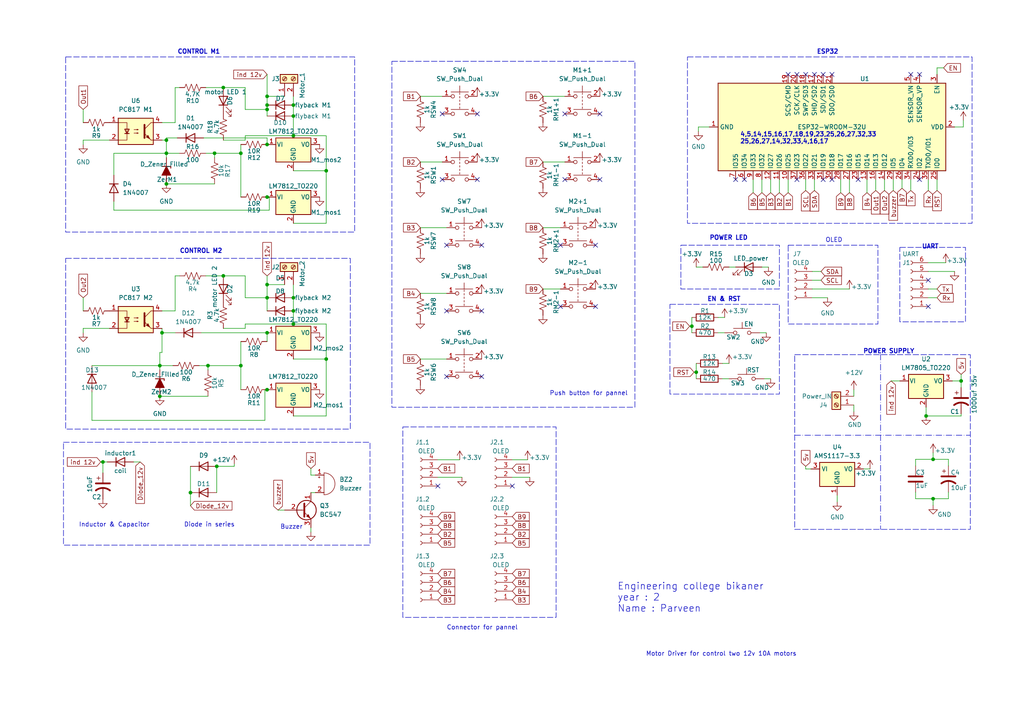
<source format=kicad_sch>
(kicad_sch (version 20230121) (generator eeschema)
  (paper "A4")
  (junction (at 77.47 30.48))
  (junction (at 85.09 39.37))
  (junction (at 94.615 104.14))
  (junction (at 69.85 44.45))
  (junction (at 77.47 86.36))
  (junction (at 85.09 30.48))
  (junction (at 77.47 41.91))
  (junction (at 64.77 80.01))
  (junction (at 94.615 49.53))
  (junction (at 85.09 33.655))
  (junction (at 278.765 110.49))
  (junction (at 270.637 133.223))
  (junction (at 46.355 106.045))
  (junction (at 77.47 113.03))
  (junction (at 62.23 44.45))
  (junction (at 85.09 93.98))
  (junction (at 201.93 107.95))
  (junction (at 48.26 44.45))
  (junction (at 85.09 86.36))
  (junction (at 85.09 90.17))
  (junction (at 200.66 94.615))
  (junction (at 46.355 114.935))
  (junction (at 77.47 27.94))
  (junction (at 64.77 25.4))
  (junction (at 77.47 57.15))
  (junction (at 48.26 40.64))
  (junction (at 62.865 135.255))
  (junction (at 77.47 31.75))
  (junction (at 46.99 96.52))
  (junction (at 268.605 120.65))
  (junction (at 77.47 96.52))
  (junction (at 270.637 144.653))
  (junction (at 69.85 106.045))
  (junction (at 55.245 142.875))
  (junction (at 29.845 133.985))
  (junction (at 77.47 82.55))
  (junction (at 60.325 106.045))
  (junction (at 48.26 53.34))
  (no_connect (at 148.59 140.97))
  (no_connect (at 215.9 52.07))
  (no_connect (at 128.27 33.02))
  (no_connect (at 241.3 21.59))
  (no_connect (at 173.99 52.07))
  (no_connect (at 139.7 109.22))
  (no_connect (at 172.72 88.9))
  (no_connect (at 129.54 109.22))
  (no_connect (at 172.72 71.12))
  (no_connect (at 162.56 71.12))
  (no_connect (at 233.68 21.59))
  (no_connect (at 138.43 52.07))
  (no_connect (at 162.56 88.9))
  (no_connect (at 269.24 81.28))
  (no_connect (at 128.27 52.07))
  (no_connect (at 129.54 90.17))
  (no_connect (at 238.76 21.59))
  (no_connect (at 236.22 21.59))
  (no_connect (at 248.92 52.07))
  (no_connect (at 266.7 52.07))
  (no_connect (at 127 140.97))
  (no_connect (at 231.14 21.59))
  (no_connect (at 269.24 88.9))
  (no_connect (at 231.14 52.07))
  (no_connect (at 163.83 33.02))
  (no_connect (at 173.99 33.02))
  (no_connect (at 238.76 52.07))
  (no_connect (at 138.43 33.02))
  (no_connect (at 264.16 21.59))
  (no_connect (at 139.7 90.17))
  (no_connect (at 266.7 21.59))
  (no_connect (at 129.54 71.12))
  (no_connect (at 139.7 71.12))
  (no_connect (at 163.83 52.07))
  (no_connect (at 213.36 52.07))
  (no_connect (at 228.6 21.59))
  (no_connect (at 241.3 52.07))
  (wire (pts (xy 94.615 120.65) (xy 94.615 104.14)))
  (wire (pts (xy 69.85 44.45) (xy 69.85 57.15)))
  (wire (pts (xy 77.47 80.01) (xy 77.47 82.55)))
  (wire (pts (xy 127 133.35) (xy 133.35 133.35)))
  (wire (pts (xy 157.48 46.99) (xy 163.83 46.99)))
  (wire (pts (xy 273.685 19.685) (xy 271.78 19.685)))
  (wire (pts (xy 76.835 113.03) (xy 77.47 113.03)))
  (wire (pts (xy 77.47 86.36) (xy 77.47 90.17)))
  (wire (pts (xy 270.637 144.653) (xy 270.637 146.558)))
  (wire (pts (xy 268.605 118.11) (xy 268.605 120.65)))
  (wire (pts (xy 55.245 142.875) (xy 55.245 146.685)))
  (wire (pts (xy 94.615 39.37) (xy 94.615 49.53)))
  (wire (pts (xy 80.645 147.955) (xy 82.55 147.955)))
  (wire (pts (xy 64.77 80.01) (xy 71.12 80.01)))
  (wire (pts (xy 50.8 25.4) (xy 52.07 25.4)))
  (wire (pts (xy 276.225 110.49) (xy 278.765 110.49)))
  (wire (pts (xy 247.65 119.38) (xy 247.65 117.475)))
  (wire (pts (xy 78.105 60.96) (xy 78.105 57.15)))
  (wire (pts (xy 26.67 106.045) (xy 46.355 106.045)))
  (wire (pts (xy 55.245 135.255) (xy 55.245 142.875)))
  (wire (pts (xy 269.24 52.07) (xy 269.24 55.245)))
  (wire (pts (xy 233.68 135.255) (xy 233.68 136.017)))
  (wire (pts (xy 71.12 80.01) (xy 71.12 86.36)))
  (wire (pts (xy 48.26 53.34) (xy 62.23 53.34)))
  (wire (pts (xy 33.02 58.42) (xy 33.02 60.96)))
  (wire (pts (xy 46.355 107.315) (xy 46.355 106.045)))
  (wire (pts (xy 129.54 85.09) (xy 121.92 85.09)))
  (wire (pts (xy 220.345 96.52) (xy 222.25 96.52)))
  (wire (pts (xy 254 52.07) (xy 254 55.245)))
  (wire (pts (xy 121.92 46.99) (xy 128.27 46.99)))
  (wire (pts (xy 90.17 135.89) (xy 90.17 137.795)))
  (wire (pts (xy 33.02 44.45) (xy 48.26 44.45)))
  (wire (pts (xy 85.09 27.94) (xy 85.09 30.48)))
  (wire (pts (xy 209.55 105.41) (xy 211.455 105.41)))
  (wire (pts (xy 278.765 108.585) (xy 278.765 110.49)))
  (wire (pts (xy 265.557 142.748) (xy 265.557 144.653)))
  (wire (pts (xy 77.47 31.75) (xy 77.47 33.655)))
  (wire (pts (xy 46.355 102.235) (xy 46.355 106.045)))
  (wire (pts (xy 211.455 77.47) (xy 213.36 77.47)))
  (wire (pts (xy 46.355 106.045) (xy 50.165 106.045)))
  (wire (pts (xy 220.98 52.07) (xy 220.98 55.88)))
  (wire (pts (xy 48.26 40.005) (xy 48.26 40.64)))
  (wire (pts (xy 69.85 41.91) (xy 69.85 44.45)))
  (wire (pts (xy 265.557 133.223) (xy 270.637 133.223)))
  (wire (pts (xy 265.557 144.653) (xy 270.637 144.653)))
  (wire (pts (xy 50.8 90.17) (xy 50.8 80.01)))
  (wire (pts (xy 235.585 81.28) (xy 238.125 81.28)))
  (wire (pts (xy 148.59 138.43) (xy 153.67 138.43)))
  (wire (pts (xy 90.17 153.035) (xy 90.17 154.305)))
  (wire (pts (xy 201.295 107.95) (xy 201.93 107.95)))
  (wire (pts (xy 270.637 144.653) (xy 275.082 144.653)))
  (wire (pts (xy 85.09 93.98) (xy 94.615 93.98)))
  (wire (pts (xy 24.13 40.64) (xy 24.13 41.91)))
  (wire (pts (xy 201.93 77.47) (xy 203.835 77.47)))
  (wire (pts (xy 90.17 142.875) (xy 91.44 142.875)))
  (wire (pts (xy 208.28 92.075) (xy 210.185 92.075)))
  (wire (pts (xy 62.23 45.72) (xy 62.23 44.45)))
  (wire (pts (xy 69.85 106.045) (xy 69.85 113.03)))
  (wire (pts (xy 77.47 82.55) (xy 77.47 86.36)))
  (wire (pts (xy 94.615 49.53) (xy 94.615 64.77)))
  (wire (pts (xy 85.09 104.14) (xy 94.615 104.14)))
  (wire (pts (xy 71.12 40.64) (xy 71.12 39.37)))
  (wire (pts (xy 200.66 92.075) (xy 200.66 94.615)))
  (wire (pts (xy 82.55 27.94) (xy 77.47 27.94)))
  (wire (pts (xy 85.09 39.37) (xy 94.615 39.37)))
  (wire (pts (xy 278.765 120.65) (xy 268.605 120.65)))
  (wire (pts (xy 148.59 133.35) (xy 153.035 133.35)))
  (wire (pts (xy 76.835 121.92) (xy 26.67 121.92)))
  (wire (pts (xy 157.48 66.04) (xy 162.56 66.04)))
  (wire (pts (xy 29.845 133.985) (xy 29.845 137.16)))
  (wire (pts (xy 259.08 52.07) (xy 259.08 55.245)))
  (wire (pts (xy 94.615 104.14) (xy 94.615 93.98)))
  (wire (pts (xy 67.945 134.62) (xy 67.945 135.255)))
  (wire (pts (xy 29.845 133.985) (xy 31.115 133.985)))
  (wire (pts (xy 33.02 50.8) (xy 33.02 44.45)))
  (wire (pts (xy 256.54 52.07) (xy 256.54 55.245)))
  (wire (pts (xy 57.785 106.045) (xy 60.325 106.045)))
  (wire (pts (xy 121.92 104.14) (xy 129.54 104.14)))
  (wire (pts (xy 200.025 94.615) (xy 200.66 94.615)))
  (wire (pts (xy 270.637 131.318) (xy 270.637 133.223)))
  (wire (pts (xy 46.99 40.64) (xy 48.26 40.64)))
  (wire (pts (xy 269.24 78.74) (xy 276.86 78.74)))
  (wire (pts (xy 202.565 36.83) (xy 205.74 36.83)))
  (wire (pts (xy 201.93 105.41) (xy 201.93 107.95)))
  (polyline (pts (xy 255.397 102.743) (xy 255.397 153.543)) (stroke (width 0) (type dash_dot)))
  (wire (pts (xy 269.24 83.82) (xy 271.78 83.82)))
  (wire (pts (xy 85.09 120.65) (xy 94.615 120.65)))
  (wire (pts (xy 264.16 52.07) (xy 264.16 55.245)))
  (wire (pts (xy 251.46 52.07) (xy 251.46 55.88)))
  (wire (pts (xy 29.21 133.985) (xy 29.845 133.985)))
  (wire (pts (xy 270.637 133.223) (xy 275.082 133.223)))
  (wire (pts (xy 247.65 114.935) (xy 247.65 113.03)))
  (wire (pts (xy 271.78 52.07) (xy 271.78 55.245)))
  (wire (pts (xy 77.47 30.48) (xy 77.47 31.75)))
  (wire (pts (xy 46.355 102.235) (xy 46.99 102.235)))
  (wire (pts (xy 64.77 40.64) (xy 71.12 40.64)))
  (wire (pts (xy 269.24 86.36) (xy 271.78 86.36)))
  (wire (pts (xy 46.99 96.52) (xy 50.8 96.52)))
  (wire (pts (xy 77.47 96.52) (xy 58.42 96.52)))
  (wire (pts (xy 218.44 52.07) (xy 218.44 55.88)))
  (wire (pts (xy 82.55 82.55) (xy 77.47 82.55)))
  (wire (pts (xy 24.13 40.64) (xy 31.75 40.64)))
  (wire (pts (xy 228.6 52.07) (xy 228.6 55.88)))
  (wire (pts (xy 24.13 31.75) (xy 24.13 35.56)))
  (wire (pts (xy 46.99 96.52) (xy 46.99 95.25)))
  (wire (pts (xy 48.26 44.45) (xy 52.07 44.45)))
  (polyline (pts (xy 230.505 126.238) (xy 281.432 126.238)) (stroke (width 0) (type dash_dot)))
  (wire (pts (xy 71.12 95.25) (xy 71.12 93.98)))
  (wire (pts (xy 60.325 107.315) (xy 60.325 106.045)))
  (wire (pts (xy 59.69 44.45) (xy 62.23 44.45)))
  (wire (pts (xy 76.835 121.92) (xy 76.835 113.03)))
  (wire (pts (xy 71.12 25.4) (xy 71.12 31.75)))
  (wire (pts (xy 278.765 120.65) (xy 278.765 120.015)))
  (wire (pts (xy 46.99 35.56) (xy 50.8 35.56)))
  (wire (pts (xy 236.22 55.245) (xy 236.22 52.07)))
  (wire (pts (xy 24.13 95.25) (xy 24.13 96.52)))
  (wire (pts (xy 46.99 90.17) (xy 50.8 90.17)))
  (wire (pts (xy 77.47 99.06) (xy 77.47 96.52)))
  (wire (pts (xy 246.38 52.07) (xy 246.38 55.88)))
  (wire (pts (xy 209.55 109.855) (xy 211.455 109.855)))
  (wire (pts (xy 48.26 40.64) (xy 48.26 44.45)))
  (wire (pts (xy 71.12 39.37) (xy 85.09 39.37)))
  (wire (pts (xy 60.325 106.045) (xy 69.85 106.045)))
  (wire (pts (xy 121.92 27.94) (xy 128.27 27.94)))
  (wire (pts (xy 46.355 114.935) (xy 60.325 114.935)))
  (wire (pts (xy 64.77 95.25) (xy 71.12 95.25)))
  (wire (pts (xy 275.082 133.223) (xy 275.082 135.128)))
  (wire (pts (xy 85.09 30.48) (xy 85.09 33.655)))
  (wire (pts (xy 69.85 99.06) (xy 69.85 106.045)))
  (wire (pts (xy 26.67 121.92) (xy 26.67 113.665)))
  (wire (pts (xy 62.23 44.45) (xy 69.85 44.45)))
  (wire (pts (xy 85.09 64.77) (xy 94.615 64.77)))
  (wire (pts (xy 223.52 52.07) (xy 223.52 55.88)))
  (wire (pts (xy 201.93 107.95) (xy 201.93 109.855)))
  (wire (pts (xy 50.8 80.01) (xy 52.07 80.01)))
  (wire (pts (xy 71.12 93.98) (xy 85.09 93.98)))
  (wire (pts (xy 85.09 49.53) (xy 94.615 49.53)))
  (wire (pts (xy 90.17 137.795) (xy 91.44 137.795)))
  (wire (pts (xy 40.64 133.985) (xy 38.735 133.985)))
  (wire (pts (xy 51.435 40.005) (xy 48.26 40.005)))
  (wire (pts (xy 279.4 36.83) (xy 276.86 36.83)))
  (wire (pts (xy 269.24 76.2) (xy 274.32 76.2)))
  (wire (pts (xy 235.585 78.74) (xy 238.125 78.74)))
  (wire (pts (xy 50.8 35.56) (xy 50.8 25.4)))
  (wire (pts (xy 271.78 19.685) (xy 271.78 21.59)))
  (wire (pts (xy 121.92 66.04) (xy 129.54 66.04)))
  (wire (pts (xy 59.69 80.01) (xy 64.77 80.01)))
  (wire (pts (xy 46.99 102.235) (xy 46.99 96.52)))
  (wire (pts (xy 48.26 45.72) (xy 48.26 44.45)))
  (wire (pts (xy 235.585 83.82) (xy 246.38 83.82)))
  (wire (pts (xy 24.13 86.36) (xy 24.13 90.17)))
  (wire (pts (xy 265.557 135.128) (xy 265.557 133.223)))
  (wire (pts (xy 275.082 144.653) (xy 275.082 142.748)))
  (wire (pts (xy 226.06 52.07) (xy 226.06 55.88)))
  (wire (pts (xy 250.444 136.017) (xy 252.349 136.017)))
  (wire (pts (xy 208.28 96.52) (xy 210.185 96.52)))
  (wire (pts (xy 157.48 83.82) (xy 162.56 83.82)))
  (wire (pts (xy 200.66 94.615) (xy 200.66 96.52)))
  (wire (pts (xy 279.4 34.925) (xy 279.4 36.83)))
  (wire (pts (xy 67.945 135.255) (xy 62.865 135.255)))
  (wire (pts (xy 242.824 143.637) (xy 242.824 145.542)))
  (wire (pts (xy 71.12 86.36) (xy 77.47 86.36)))
  (wire (pts (xy 258.445 110.49) (xy 260.985 110.49)))
  (wire (pts (xy 85.09 33.655) (xy 85.09 39.37)))
  (wire (pts (xy 59.69 25.4) (xy 64.77 25.4)))
  (wire (pts (xy 85.09 90.17) (xy 85.09 93.98)))
  (wire (pts (xy 64.77 25.4) (xy 71.12 25.4)))
  (wire (pts (xy 77.47 21.59) (xy 77.47 27.94)))
  (wire (pts (xy 278.765 110.49) (xy 278.765 112.395)))
  (wire (pts (xy 221.615 109.855) (xy 223.52 109.855)))
  (wire (pts (xy 59.055 40.005) (xy 77.47 40.005)))
  (wire (pts (xy 24.13 95.25) (xy 31.75 95.25)))
  (wire (pts (xy 71.12 31.75) (xy 77.47 31.75)))
  (wire (pts (xy 77.47 57.15) (xy 78.105 57.15)))
  (wire (pts (xy 233.68 55.245) (xy 233.68 52.07)))
  (wire (pts (xy 157.48 27.94) (xy 163.83 27.94)))
  (wire (pts (xy 220.98 77.47) (xy 222.885 77.47)))
  (wire (pts (xy 243.84 52.07) (xy 243.84 55.88)))
  (wire (pts (xy 62.865 135.255) (xy 62.865 142.875)))
  (wire (pts (xy 33.02 60.96) (xy 78.105 60.96)))
  (wire (pts (xy 261.62 52.07) (xy 261.62 54.61)))
  (wire (pts (xy 127 138.43) (xy 133.985 138.43)))
  (wire (pts (xy 85.09 82.55) (xy 85.09 86.36)))
  (wire (pts (xy 202.565 38.1) (xy 202.565 36.83)))
  (wire (pts (xy 77.47 27.94) (xy 77.47 30.48)))
  (wire (pts (xy 85.09 86.36) (xy 85.09 90.17)))
  (wire (pts (xy 235.585 86.36) (xy 240.03 86.36)))
  (wire (pts (xy 233.68 136.017) (xy 235.204 136.017)))
  (wire (pts (xy 77.47 40.005) (xy 77.47 41.91)))
  (rectangle (start 19.05 74.93) (end 101.6 124.46) (stroke (width 0) (type dash)))
  (rectangle (start 116.84 123.825) (end 161.29 179.07) (stroke (width 0) (type dash)))
  (rectangle (start 194.31 88.265) (end 226.06 114.3) (stroke (width 0) (type dash)))
  (rectangle (start 260.985 71.755) (end 280.035 93.345) (stroke (width 0) (type dash)))
  (rectangle (start 19.05 16.51) (end 102.87 67.31) (stroke (width 0) (type dash)))
  (rectangle (start 228.6 71.12) (end 254.635 93.98) (stroke (width 0) (type dash)))
  (rectangle (start 18.415 128.27) (end 107.315 158.115) (stroke (width 0) (type dash)))
  (rectangle (start 199.39 16.51) (end 281.94 64.77) (stroke (width 0) (type dash)))
  (rectangle (start 230.505 102.87) (end 281.432 153.543) (stroke (width 0) (type dash)))
  (rectangle (start 197.485 71.12) (end 226.06 83.82) (stroke (width 0) (type dash)))
  (rectangle (start 113.665 17.78) (end 184.15 118.11) (stroke (width 0) (type dash)))
  (text "OLED" (at 239.395 70.485 0) (effects (font (size 1.27 1.27)) (justify left bottom)))
  (text "Push button for pannel" (at 159.385 114.935 0) (effects (font (size 1.27 1.27)) (justify left bottom)))
  (text "4,5,14,15,16,17,18,19,23,25,26,27,32,33\n25,26,27,14,32,33,4,16,17" (at 214.63 41.91 0) (effects (font (size 1.27 1.27) bold) (justify left bottom)))
  (text "Connector for pannel" (at 129.54 182.88 0) (effects (font (size 1.27 1.27)) (justify left bottom)))
  (text "EN & RST" (at 205.105 87.63 0) (effects (font (size 1.27 1.27) bold) (justify left bottom)))
  (text "UART" (at 267.335 72.39 0) (effects (font (size 1.27 1.27) (thickness 0.254) bold) (justify left bottom)))
  (text "Buzzer\n" (at 81.28 153.67 0) (effects (font (size 1.27 1.27)) (justify left bottom)))
  (text "CONTROL M2" (at 52.07 73.66 0) (effects (font (size 1.27 1.27) bold) (justify left bottom)))
  (text "CONTROL M1" (at 51.435 15.875 0) (effects (font (size 1.27 1.27) bold) (justify left bottom)))
  (text "Inductor & Capacitor" (at 22.86 153.035 0) (effects (font (size 1.27 1.27)) (justify left bottom)))
  (text "Engineering college bikaner\nyear : 2\nName : Parveen" (at 179.07 177.8 0) (effects (font (size 2 2)) (justify left bottom)))
  (text "POWER SUPPLY" (at 250.317 102.743 0) (effects (font (size 1.27 1.27) bold) (justify left bottom)))
  (text "Diode in series" (at 53.34 153.035 0) (effects (font (size 1.27 1.27)) (justify left bottom)))
  (text "POWER LED" (at 205.74 69.85 0) (effects (font (size 1.27 1.27) bold) (justify left bottom)))
  (text "Motor Driver for control two 12v 10A motors" (at 187.325 190.5 0) (effects (font (size 1.27 1.27)) (justify left bottom)))
  (text "ESP32" (at 236.855 15.875 0) (effects (font (size 1.27 1.27) bold) (justify left bottom)))
  (global_label "B9" (shape input) (at 243.84 55.88 270) (property "Intersheetrefs" "${INTERSHEET_REFS}" (effects hide)))
  (global_label "5v" (shape input) (at 278.765 108.585 90) (property "Intersheetrefs" "${INTERSHEET_REFS}" (effects hide)))
  (global_label "B7" (shape input) (at 127 166.37 0) (property "Intersheetrefs" "${INTERSHEET_REFS}" (effects hide)))
  (global_label "B5" (shape input) (at 121.92 104.14 180) (property "Intersheetrefs" "${INTERSHEET_REFS}" (effects hide)))
  (global_label "B4" (shape input) (at 121.92 85.09 180) (property "Intersheetrefs" "${INTERSHEET_REFS}" (effects hide)))
  (global_label "B9" (shape input) (at 157.48 83.82 180) (property "Intersheetrefs" "${INTERSHEET_REFS}" (effects hide)))
  (global_label "B8" (shape input) (at 246.38 55.88 270) (property "Intersheetrefs" "${INTERSHEET_REFS}" (effects hide)))
  (global_label "ind 12v" (shape input) (at 77.47 21.59 180) (property "Intersheetrefs" "${INTERSHEET_REFS}" (effects hide)))
  (global_label "B4" (shape input) (at 251.46 55.88 270) (property "Intersheetrefs" "${INTERSHEET_REFS}" (effects hide)))
  (global_label "B4" (shape input) (at 127 171.45 0) (property "Intersheetrefs" "${INTERSHEET_REFS}" (effects hide)))
  (global_label "SDA" (shape input) (at 236.22 55.245 270) (property "Intersheetrefs" "${INTERSHEET_REFS}" (effects hide)))
  (global_label "Rx" (shape input) (at 271.78 86.36 0) (property "Intersheetrefs" "${INTERSHEET_REFS}" (effects hide)))
  (global_label "B3" (shape input) (at 127 173.99 0) (property "Intersheetrefs" "${INTERSHEET_REFS}" (effects hide)))
  (global_label "Out2" (shape input) (at 24.13 86.36 90) (property "Intersheetrefs" "${INTERSHEET_REFS}" (effects hide)))
  (global_label "5v" (shape input) (at 233.68 135.255 90) (property "Intersheetrefs" "${INTERSHEET_REFS}" (effects hide)))
  (global_label "B1" (shape input) (at 228.6 55.88 270) (property "Intersheetrefs" "${INTERSHEET_REFS}" (effects hide)))
  (global_label "B1" (shape input) (at 127 135.89 0) (property "Intersheetrefs" "${INTERSHEET_REFS}" (effects hide)))
  (global_label "B2" (shape input) (at 226.06 55.88 270) (property "Intersheetrefs" "${INTERSHEET_REFS}" (effects hide)))
  (global_label "SDA" (shape input) (at 238.125 78.74 0) (property "Intersheetrefs" "${INTERSHEET_REFS}" (effects hide)))
  (global_label "B6" (shape input) (at 127 168.91 0) (property "Intersheetrefs" "${INTERSHEET_REFS}" (effects hide)))
  (global_label "B1" (shape input) (at 121.92 27.94 180) (property "Intersheetrefs" "${INTERSHEET_REFS}" (effects hide)))
  (global_label "B7" (shape input) (at 261.62 54.61 270) (property "Intersheetrefs" "${INTERSHEET_REFS}" (effects hide)))
  (global_label "ind 12v" (shape input) (at 29.21 133.985 180) (property "Intersheetrefs" "${INTERSHEET_REFS}" (effects hide)))
  (global_label "Rx" (shape input) (at 269.24 55.245 270) (property "Intersheetrefs" "${INTERSHEET_REFS}" (effects hide)))
  (global_label "EN" (shape input) (at 273.685 19.685 0) (property "Intersheetrefs" "${INTERSHEET_REFS}" (effects hide)))
  (global_label "buzzer" (shape input) (at 80.645 147.955 90) (property "Intersheetrefs" "${INTERSHEET_REFS}" (effects hide)))
  (global_label "B7" (shape input) (at 157.48 46.99 180) (property "Intersheetrefs" "${INTERSHEET_REFS}" (effects hide)))
  (global_label "B5" (shape input) (at 127 157.48 0) (property "Intersheetrefs" "${INTERSHEET_REFS}" (effects hide)))
  (global_label "B5" (shape input) (at 148.59 157.48 0) (property "Intersheetrefs" "${INTERSHEET_REFS}" (effects hide)))
  (global_label "B8" (shape input) (at 148.59 152.4 0) (property "Intersheetrefs" "${INTERSHEET_REFS}" (effects hide)))
  (global_label "B3" (shape input) (at 121.92 66.04 180) (property "Intersheetrefs" "${INTERSHEET_REFS}" (effects hide)))
  (global_label "B5" (shape input) (at 220.98 55.88 270) (property "Intersheetrefs" "${INTERSHEET_REFS}" (effects hide)))
  (global_label "B8" (shape input) (at 157.48 66.04 180) (property "Intersheetrefs" "${INTERSHEET_REFS}" (effects hide)))
  (global_label "B3" (shape input) (at 148.59 173.99 0) (property "Intersheetrefs" "${INTERSHEET_REFS}" (effects hide)))
  (global_label "ind 12v" (shape input) (at 258.445 110.49 270) (property "Intersheetrefs" "${INTERSHEET_REFS}" (effects hide)))
  (global_label "B2" (shape input) (at 148.59 154.94 0) (property "Intersheetrefs" "${INTERSHEET_REFS}" (effects hide)))
  (global_label "Tx" (shape input) (at 264.16 55.245 270) (property "Intersheetrefs" "${INTERSHEET_REFS}" (effects hide)))
  (global_label "SCL" (shape input) (at 238.125 81.28 0) (property "Intersheetrefs" "${INTERSHEET_REFS}" (effects hide)))
  (global_label "Tx" (shape input) (at 271.78 83.82 0) (property "Intersheetrefs" "${INTERSHEET_REFS}" (effects hide)))
  (global_label "B9" (shape input) (at 127 149.86 0) (property "Intersheetrefs" "${INTERSHEET_REFS}" (effects hide)))
  (global_label "B6" (shape input) (at 157.48 27.94 180) (property "Intersheetrefs" "${INTERSHEET_REFS}" (effects hide)))
  (global_label "buzzer" (shape input) (at 259.08 55.245 270) (property "Intersheetrefs" "${INTERSHEET_REFS}" (effects hide)))
  (global_label "Diode_12v" (shape input) (at 55.245 146.685 0) (property "Intersheetrefs" "${INTERSHEET_REFS}" (effects hide)))
  (global_label "RST" (shape input) (at 201.295 107.95 180) (property "Intersheetrefs" "${INTERSHEET_REFS}" (effects hide)))
  (global_label "Out2" (shape input) (at 256.54 55.245 270) (property "Intersheetrefs" "${INTERSHEET_REFS}" (effects hide)))
  (global_label "B2" (shape input) (at 121.92 46.99 180) (property "Intersheetrefs" "${INTERSHEET_REFS}" (effects hide)))
  (global_label "B6" (shape input) (at 148.59 168.91 0) (property "Intersheetrefs" "${INTERSHEET_REFS}" (effects hide)))
  (global_label "Out1" (shape input) (at 24.13 31.75 90) (property "Intersheetrefs" "${INTERSHEET_REFS}" (effects hide)))
  (global_label "B2" (shape input) (at 127 154.94 0) (property "Intersheetrefs" "${INTERSHEET_REFS}" (effects hide)))
  (global_label "B6" (shape input) (at 218.44 55.88 270) (property "Intersheetrefs" "${INTERSHEET_REFS}" (effects hide)))
  (global_label "ind 12v" (shape input) (at 77.47 80.01 90) (property "Intersheetrefs" "${INTERSHEET_REFS}" (effects hide)))
  (global_label "B4" (shape input) (at 148.59 171.45 0) (property "Intersheetrefs" "${INTERSHEET_REFS}" (effects hide)))
  (global_label "B9" (shape input) (at 148.59 149.86 0) (property "Intersheetrefs" "${INTERSHEET_REFS}" (effects hide)))
  (global_label "EN" (shape input) (at 200.025 94.615 180) (property "Intersheetrefs" "${INTERSHEET_REFS}" (effects hide)))
  (global_label "B8" (shape input) (at 127 152.4 0) (property "Intersheetrefs" "${INTERSHEET_REFS}" (effects hide)))
  (global_label "SCL" (shape input) (at 233.68 55.245 270) (property "Intersheetrefs" "${INTERSHEET_REFS}" (effects hide)))
  (global_label "Diode_12v" (shape input) (at 40.64 133.985 270) (property "Intersheetrefs" "${INTERSHEET_REFS}" (effects hide)))
  (global_label "B1" (shape input) (at 148.59 135.89 0) (property "Intersheetrefs" "${INTERSHEET_REFS}" (effects hide)))
  (global_label "5v" (shape input) (at 90.17 135.89 90) (property "Intersheetrefs" "${INTERSHEET_REFS}" (effects hide)))
  (global_label "Out1" (shape input) (at 254 55.245 270) (property "Intersheetrefs" "${INTERSHEET_REFS}" (effects hide)))
  (global_label "B3" (shape input) (at 223.52 55.88 270) (property "Intersheetrefs" "${INTERSHEET_REFS}" (effects hide)))
  (global_label "B7" (shape input) (at 148.59 166.37 0) (property "Intersheetrefs" "${INTERSHEET_REFS}" (effects hide)))
  (global_label "RST" (shape input) (at 271.78 55.245 270) (property "Intersheetrefs" "${INTERSHEET_REFS}" (effects hide)))
  (symbol (lib_id "power:GND") (at 92.71 113.03 0) (unit 1)
    (property "Reference" "#PWR022" (effects hide))
    (property "Value" "GND" (effects hide))
  )
  (symbol (lib_id "Device:R_US") (at 157.48 69.85 0) (unit 1)
    (property "Reference" "RM2+1" (at 161.29 69.85 90))
    (property "Value" "1k" (at 159.385 69.85 90))
    (property "Footprint" "Resistor_SMD:R_0805_2012Metric_Pad1.20x1.40mm_HandSolder" (effects hide))
  )
  (symbol (lib_id "power:+12V") (at 67.945 134.62 0) (unit 1)
    (property "Reference" "#PWR028" (effects hide))
    (property "Value" "+12V" (at 64.135 133.35 0))
  )
  (symbol (lib_id "Diode:1N5408") (at 81.28 33.655 0) (unit 1)
    (property "Reference" "D10" (at 81.28 35.56 0))
    (property "Value" "flyback M1" (at 90.805 33.655 0))
    (property "Footprint" "Diode_THT:D_DO-201AD_P15.24mm_Horizontal" (effects hide))
    (property "Datasheet" "http://www.vishay.com/docs/88516/1n5400.pdf" (effects hide))
    (property "Sim.Device" "D" (effects hide))
    (property "Sim.Pins" "1=K 2=A" (effects hide))
  )
  (symbol (lib_id "power:+3.3V") (at 211.455 105.41 0) (unit 1)
    (property "Reference" "#PWR017" (effects hide))
    (property "Value" "+3.3V" (at 215.265 103.505 0))
  )
  (symbol (lib_id "Connector:Conn_01x04_Socket") (at 230.505 83.82 180) (unit 1)
    (property "Reference" "J7" (at 231.14 73.66 0))
    (property "Value" "OLED" (at 232.283 76.2 0))
    (property "Footprint" "Connector_PinHeader_2.54mm:PinHeader_1x04_P2.54mm_Vertical" (effects hide))
  )
  (symbol (lib_id "power:GND") (at 48.26 53.34 0) (unit 1)
    (property "Reference" "#PWR027" (effects hide))
    (property "Value" "GND" (at 48.26 58.42 0))
  )
  (symbol (lib_id "Connector:Screw_Terminal_01x02") (at 242.57 117.475 180) (unit 1)
    (property "Reference" "J4" (at 240.03 117.475 0) (effects (justify left)))
    (property "Value" "Power_IN" (at 241.3 114.935 0) (effects (justify left)))
    (property "Footprint" "TerminalBlock:TerminalBlock_Altech_AK300-2_P5.00mm" (effects hide))
  )
  (symbol (lib_id "power:+3.3V") (at 172.72 66.04 0) (unit 1)
    (property "Reference" "#PWR045" (effects hide))
    (property "Value" "+3.3V" (at 176.149 65.405 0))
  )
  (symbol (lib_id "Device:R") (at 204.47 96.52 90) (unit 1)
    (property "Reference" "R2" (at 204.47 94.615 90))
    (property "Value" "470" (at 204.47 96.52 90))
    (property "Footprint" "Resistor_SMD:R_0805_2012Metric_Pad1.20x1.40mm_HandSolder" (effects hide))
  )
  (symbol (lib_id "power:+3.3V") (at 252.349 136.017 0) (unit 1)
    (property "Reference" "#PWR06" (effects hide))
    (property "Value" "+3.3V" (at 251.079 137.287 0))
  )
  (symbol (lib_id "Connector:Conn_01x06_Socket") (at 264.16 83.82 180) (unit 1)
    (property "Reference" "J1" (at 262.89 76.2 0))
    (property "Value" "UART" (at 264.16 73.66 0))
    (property "Footprint" "Connector_PinHeader_2.54mm:PinHeader_1x06_P2.54mm_Vertical" (effects hide))
  )
  (symbol (lib_id "Device:R_US") (at 157.48 87.63 0) (unit 1)
    (property "Reference" "RM2-1" (at 161.29 87.63 90))
    (property "Value" "1k" (at 159.385 87.63 90))
    (property "Footprint" "Resistor_SMD:R_0805_2012Metric_Pad1.20x1.40mm_HandSolder" (effects hide))
  )
  (symbol (lib_id "power:+3.3V") (at 173.99 46.99 0) (unit 1)
    (property "Reference" "#PWR044" (effects hide))
    (property "Value" "+3.3V" (at 177.419 46.355 0))
  )
  (symbol (lib_id "Regulator_Linear:LM7812_TO220") (at 85.09 41.91 0) (unit 1)
    (property "Reference" "M1_mos2" (at 94.615 46.355 0))
    (property "Value" "LM7812_TO220" (at 85.09 38.1 0))
    (property "Footprint" "Package_TO_SOT_THT:TO-220-3_Vertical" (effects hide))
    (property "Datasheet" "https://www.onsemi.cn/PowerSolutions/document/MC7800-D.PDF" (effects hide))
  )
  (symbol (lib_id "power:+3.3V") (at 138.43 27.94 0) (unit 1)
    (property "Reference" "#PWR040" (effects hide))
    (property "Value" "+3.3V" (at 141.859 27.305 0))
  )
  (symbol (lib_id "Diode:1N4007") (at 33.02 54.61 270) (unit 1)
    (property "Reference" "D4" (at 35.56 53.34 90) (effects (justify left)))
    (property "Value" "1N4007" (at 35.56 55.88 90) (effects (justify left)))
    (property "Footprint" "Diode_THT:D_DO-41_SOD81_P10.16mm_Horizontal" (effects hide))
    (property "Datasheet" "http://www.vishay.com/docs/88503/1n4001.pdf" (effects hide))
    (property "Sim.Device" "D" (effects hide))
    (property "Sim.Pins" "1=K 2=A" (effects hide))
  )
  (symbol (lib_id "power:+3.3V") (at 172.72 83.82 0) (unit 1)
    (property "Reference" "#PWR050" (effects hide))
    (property "Value" "+3.3V" (at 176.149 83.185 0))
  )
  (symbol (lib_id "Device:R_US") (at 121.92 69.85 0) (unit 1)
    (property "Reference" "RSW7" (at 125.73 69.85 90))
    (property "Value" "1k" (at 123.825 69.85 90))
    (property "Footprint" "Resistor_SMD:R_0805_2012Metric_Pad1.20x1.40mm_HandSolder" (effects hide))
  )
  (symbol (lib_id "Device:R_US") (at 62.23 49.53 0) (unit 1)
    (property "Reference" "R17" (at 66.04 49.53 90))
    (property "Value" "10k" (at 64.135 49.53 90))
    (property "Footprint" "Resistor_SMD:R_0805_2012Metric_Pad1.20x1.40mm_HandSolder" (effects hide))
  )
  (symbol (lib_id "power:GND") (at 242.824 145.542 0) (unit 1)
    (property "Reference" "#PWR05" (effects hide))
    (property "Value" "GND" (at 242.824 149.987 0))
  )
  (symbol (lib_id "power:+3.3V") (at 274.32 76.2 0) (unit 1)
    (property "Reference" "#PWR08" (effects hide))
    (property "Value" "+3.3V" (at 277.495 75.565 0))
  )
  (symbol (lib_id "Switch:SW_Push_Dual") (at 168.91 27.94 0) (unit 1)
    (property "Reference" "M1+1" (at 168.91 20.32 0))
    (property "Value" "SW_Push_Dual" (at 168.91 22.86 0))
    (property "Footprint" "Button_Switch_THT:SW_PUSH_6mm_H4.3mm" (effects hide))
  )
  (symbol (lib_id "power:GND") (at 157.48 54.61 0) (unit 1)
    (property "Reference" "#PWR038" (effects hide))
    (property "Value" "GND" (effects hide))
  )
  (symbol (lib_id "Switch:SW_Push_Dual") (at 167.64 83.82 0) (unit 1)
    (property "Reference" "M2-1" (at 167.64 76.2 0))
    (property "Value" "SW_Push_Dual" (at 167.64 78.74 0))
    (property "Footprint" "Button_Switch_THT:SW_PUSH_6mm_H4.3mm" (effects hide))
  )
  (symbol (lib_id "power:GND") (at 121.92 73.66 0) (unit 1)
    (property "Reference" "#PWR033" (effects hide))
    (property "Value" "GND" (effects hide))
  )
  (symbol (lib_id "Device:R_US") (at 55.88 44.45 270) (unit 1)
    (property "Reference" "R16" (at 55.88 42.545 90))
    (property "Value" "100" (at 55.88 46.355 90))
    (property "Footprint" "Resistor_SMD:R_0805_2012Metric_Pad1.20x1.40mm_HandSolder" (effects hide))
  )
  (symbol (lib_id "Switch:SW_Push") (at 216.535 109.855 0) (unit 1)
    (property "Reference" "SW3" (at 213.995 111.125 0))
    (property "Value" "RST" (at 218.44 107.315 0))
    (property "Footprint" "Button_Switch_SMD:SW_Push_SPST_NO_Alps_SKRK" (effects hide))
  )
  (symbol (lib_id "Connector:Conn_01x04_Socket") (at 143.51 138.43 180) (unit 1)
    (property "Reference" "J2.1" (at 144.145 128.27 0))
    (property "Value" "OLED" (at 145.288 130.81 0))
    (property "Footprint" "Connector_PinHeader_2.54mm:PinHeader_1x04_P2.54mm_Vertical" (effects hide))
  )
  (symbol (lib_id "Diode:1N5408") (at 59.055 135.255 0) (unit 1)
    (property "Reference" "D9" (at 59.055 132.08 0))
    (property "Value" "flyback M2" (effects hide))
    (property "Footprint" "Diode_THT:D_DO-201AD_P15.24mm_Horizontal" (effects hide))
    (property "Datasheet" "http://www.vishay.com/docs/88516/1n5400.pdf" (effects hide))
    (property "Sim.Device" "D" (effects hide))
    (property "Sim.Pins" "1=K 2=A" (effects hide))
  )
  (symbol (lib_id "power:+3.3V") (at 279.4 34.925 0) (unit 1)
    (property "Reference" "#PWR01" (effects hide))
    (property "Value" "+3.3V" (at 278.13 31.115 0))
  )
  (symbol (lib_id "Switch:SW_Push_Dual") (at 134.62 104.14 0) (unit 1)
    (property "Reference" "SW6" (at 134.62 96.52 0))
    (property "Value" "SW_Push_Dual" (at 134.62 99.06 0))
    (property "Footprint" "Button_Switch_THT:SW_PUSH_6mm_H4.3mm" (effects hide))
  )
  (symbol (lib_id "power:+3.3V") (at 138.43 46.99 0) (unit 1)
    (property "Reference" "#PWR049" (effects hide))
    (property "Value" "+3.3V" (at 141.859 46.355 0))
  )
  (symbol (lib_id "Device:R_US") (at 55.88 80.01 270) (unit 1)
    (property "Reference" "R4" (at 55.88 83.82 90))
    (property "Value" "4.7k" (at 55.88 81.915 90))
    (property "Footprint" "Resistor_SMD:R_0805_2012Metric_Pad1.20x1.40mm_HandSolder" (effects hide))
  )
  (symbol (lib_id "power:GND") (at 46.355 114.935 0) (unit 1)
    (property "Reference" "#PWR024" (effects hide))
    (property "Value" "GND" (at 46.355 120.015 0))
  )
  (symbol (lib_id "power:GND") (at 153.67 138.43 0) (unit 1)
    (property "Reference" "#PWR010" (effects hide))
    (property "Value" "GND" (effects hide))
  )
  (symbol (lib_id "Device:R_US") (at 73.66 57.15 270) (unit 1)
    (property "Reference" "R19" (at 73.66 60.96 90))
    (property "Value" "10R" (at 73.66 59.055 90))
    (property "Footprint" "Resistor_SMD:R_0805_2012Metric_Pad1.20x1.40mm_HandSolder" (effects hide))
  )
  (symbol (lib_id "Switch:SW_Push") (at 215.265 96.52 0) (unit 1)
    (property "Reference" "SW2" (at 212.725 97.79 0))
    (property "Value" "EN" (at 217.17 93.98 0))
    (property "Footprint" "Button_Switch_SMD:SW_Push_SPST_NO_Alps_SKRK" (effects hide))
  )
  (symbol (lib_id "power:GND") (at 268.605 120.65 0) (unit 1)
    (property "Reference" "#PWR051" (effects hide))
    (property "Value" "GND" (effects hide))
  )
  (symbol (lib_id "Device:R_US") (at 64.77 91.44 180) (unit 1)
    (property "Reference" "R3" (at 60.96 91.44 90))
    (property "Value" "4.7k" (at 62.865 91.44 90))
    (property "Footprint" "Resistor_SMD:R_0805_2012Metric_Pad1.20x1.40mm_HandSolder" (effects hide))
  )
  (symbol (lib_id "power:GND") (at 133.985 138.43 0) (unit 1)
    (property "Reference" "#PWR013" (effects hide))
    (property "Value" "GND" (effects hide))
  )
  (symbol (lib_id "power:GND") (at 157.48 35.56 0) (unit 1)
    (property "Reference" "#PWR039" (effects hide))
    (property "Value" "GND" (effects hide))
  )
  (symbol (lib_id "power:GND") (at 202.565 38.1 0) (unit 1)
    (property "Reference" "#PWR02" (effects hide))
    (property "Value" "GND" (at 202.565 42.545 0))
  )
  (symbol (lib_id "Diode:1N4007") (at 55.245 40.005 0) (unit 1)
    (property "Reference" "D1" (at 55.245 34.29 0))
    (property "Value" "1N4007" (at 55.245 36.83 0))
    (property "Footprint" "Diode_THT:D_DO-41_SOD81_P10.16mm_Horizontal" (effects hide))
    (property "Datasheet" "http://www.vishay.com/docs/88503/1n4001.pdf" (effects hide))
    (property "Sim.Device" "D" (effects hide))
    (property "Sim.Pins" "1=K 2=A" (effects hide))
  )
  (symbol (lib_id "Device:R_US") (at 157.48 31.75 0) (unit 1)
    (property "Reference" "RM1+1" (at 161.29 31.75 90))
    (property "Value" "1k" (at 159.385 31.75 90))
    (property "Footprint" "Resistor_SMD:R_0805_2012Metric_Pad1.20x1.40mm_HandSolder" (effects hide))
  )
  (symbol (lib_id "Device:R") (at 204.47 92.075 90) (unit 1)
    (property "Reference" "R1" (at 204.47 90.17 90))
    (property "Value" "12K" (at 204.47 92.075 90))
    (property "Footprint" "Resistor_SMD:R_0805_2012Metric_Pad1.20x1.40mm_HandSolder" (effects hide))
  )
  (symbol (lib_id "power:+3.3V") (at 153.035 133.35 0) (unit 1)
    (property "Reference" "#PWR052" (effects hide))
    (property "Value" "+3.3V" (at 156.464 132.715 0))
  )
  (symbol (lib_id "Switch:SW_Push_Dual") (at 167.64 66.04 0) (unit 1)
    (property "Reference" "M2+1" (at 167.64 58.42 0))
    (property "Value" "SW_Push_Dual" (at 167.64 60.96 0))
    (property "Footprint" "Button_Switch_THT:SW_PUSH_6mm_H4.3mm" (effects hide))
  )
  (symbol (lib_id "Device:R_US") (at 27.94 90.17 270) (unit 1)
    (property "Reference" "R7" (at 27.94 93.98 90))
    (property "Value" "1k" (at 27.94 92.075 90))
    (property "Footprint" "Resistor_SMD:R_0805_2012Metric_Pad1.20x1.40mm_HandSolder" (effects hide))
  )
  (symbol (lib_id "Regulator_Linear:LM7812_TO220") (at 85.09 96.52 0) (unit 1)
    (property "Reference" "M2_mos2" (at 95.25 100.965 0))
    (property "Value" "LM7812_TO220" (at 85.09 92.71 0))
    (property "Footprint" "Package_TO_SOT_THT:TO-220-3_Vertical" (effects hide))
    (property "Datasheet" "https://www.onsemi.cn/PowerSolutions/document/MC7800-D.PDF" (effects hide))
  )
  (symbol (lib_id "Connector:Conn_01x04_Socket") (at 121.92 138.43 180) (unit 1)
    (property "Reference" "J1.1" (at 122.555 128.27 0))
    (property "Value" "OLED" (at 123.698 130.81 0))
    (property "Footprint" "Connector_PinHeader_2.54mm:PinHeader_1x04_P2.54mm_Vertical" (effects hide))
  )
  (symbol (lib_id "power:+3.3V") (at 139.7 85.09 0) (unit 1)
    (property "Reference" "#PWR046" (effects hide))
    (property "Value" "+3.3V" (at 143.129 84.455 0))
  )
  (symbol (lib_id "Diode:1N4007") (at 26.67 109.855 270) (unit 1)
    (property "Reference" "D13" (at 24.765 107.315 90) (effects (justify left)))
    (property "Value" "1N4007" (at 23.495 112.395 90) (effects (justify left)))
    (property "Footprint" "Diode_THT:D_DO-41_SOD81_P10.16mm_Horizontal" (effects hide))
    (property "Datasheet" "http://www.vishay.com/docs/88503/1n4001.pdf" (effects hide))
    (property "Sim.Device" "D" (effects hide))
    (property "Sim.Pins" "1=K 2=A" (effects hide))
  )
  (symbol (lib_id "power:GND") (at 24.13 41.91 0) (unit 1)
    (property "Reference" "#PWR026" (effects hide))
    (property "Value" "GND" (at 24.13 46.99 0))
  )
  (symbol (lib_id "Switch:SW_Push_Dual") (at 168.91 46.99 0) (unit 1)
    (property "Reference" "M1-1" (at 168.91 39.37 0))
    (property "Value" "SW_Push_Dual" (at 168.91 41.91 0))
    (property "Footprint" "Button_Switch_THT:SW_PUSH_6mm_H4.3mm" (effects hide))
  )
  (symbol (lib_id "Switch:SW_Push_Dual") (at 133.35 46.99 0) (unit 1)
    (property "Reference" "SW1" (at 133.35 39.37 0))
    (property "Value" "SW_Push_Dual" (at 133.35 41.91 0))
    (property "Footprint" "Button_Switch_THT:SW_PUSH_6mm_H4.3mm" (effects hide))
  )
  (symbol (lib_id "power:GND") (at 92.71 41.91 0) (unit 1)
    (property "Reference" "#PWR029" (effects hide))
    (property "Value" "GND" (effects hide))
  )
  (symbol (lib_id "Device:R_US") (at 60.325 111.125 0) (unit 1)
    (property "Reference" "R5" (at 64.135 111.125 90))
    (property "Value" "10k" (at 62.23 111.125 90))
    (property "Footprint" "Resistor_SMD:R_0805_2012Metric_Pad1.20x1.40mm_HandSolder" (effects hide))
  )
  (symbol (lib_id "power:GND") (at 270.637 146.558 0) (unit 1)
    (property "Reference" "#PWR04" (effects hide))
    (property "Value" "GND" (at 273.939 149.225 0))
  )
  (symbol (lib_id "power:+3.3V") (at 201.93 77.47 0) (unit 1)
    (property "Reference" "#PWR019" (effects hide))
    (property "Value" "+3.3V" (at 200.66 73.66 0))
  )
  (symbol (lib_id "Device:LED") (at 217.17 77.47 0) (unit 1)
    (property "Reference" "D3" (at 217.17 79.375 0))
    (property "Value" "LED_power" (at 217.805 74.93 0))
    (property "Footprint" "LED_SMD:LED_0805_2012Metric_Pad1.15x1.40mm_HandSolder" (effects hide))
  )
  (symbol (lib_id "Device:C_Polarized_US") (at 278.765 116.205 0) (unit 1)
    (property "Reference" "C1" (at 275.59 119.38 0) (effects (justify left)))
    (property "Value" "1000uf 35v" (at 282.575 120.015 90) (effects (justify left)))
    (property "Footprint" "Capacitor_THT:C_Radial_D12.5mm_H20.0mm_P5.00mm" (effects hide))
  )
  (symbol (lib_id "Device:R_US") (at 53.975 106.045 270) (unit 1)
    (property "Reference" "R6" (at 53.975 109.855 90))
    (property "Value" "100" (at 53.975 107.95 90))
    (property "Footprint" "Resistor_SMD:R_0805_2012Metric_Pad1.20x1.40mm_HandSolder" (effects hide))
  )
  (symbol (lib_id "Device:Buzzer") (at 93.98 140.335 0) (unit 1)
    (property "Reference" "BZ2" (at 98.425 139.065 0) (effects (justify left)))
    (property "Value" "Buzzer" (at 98.425 141.605 0) (effects (justify left)))
    (property "Footprint" "Buzzer_Beeper:Buzzer_12x9.5RM7.6" (effects hide))
  )
  (symbol (lib_id "RF_Module:ESP32-WROOM-32U") (at 241.3 36.83 270) (unit 1)
    (property "Reference" "U1" (at 250.825 22.86 90))
    (property "Value" "ESP32-WROOM-32U" (at 241.3 36.83 90))
    (property "Footprint" "RF_Module:ESP32-WROOM-32U" (effects hide))
    (property "Datasheet" "https://www.espressif.com/sites/default/files/documentation/esp32-wroom-32d_esp32-wroom-32u_datasheet_en.pdf" (effects hide))
  )
  (symbol (lib_id "Connector:Conn_01x04_Socket") (at 121.92 154.94 180) (unit 1)
    (property "Reference" "J1.2" (at 122.555 144.78 0))
    (property "Value" "OLED" (at 123.698 147.32 0))
    (property "Footprint" "Connector_PinHeader_2.54mm:PinHeader_1x04_P2.54mm_Vertical" (effects hide))
  )
  (symbol (lib_id "Switch:SW_Push_Dual") (at 134.62 85.09 0) (unit 1)
    (property "Reference" "SW8" (at 134.62 77.47 0))
    (property "Value" "SW_Push_Dual" (at 134.62 80.01 0))
    (property "Footprint" "Button_Switch_THT:SW_PUSH_6mm_H4.3mm" (effects hide))
  )
  (symbol (lib_id "Device:C_Polarized_US") (at 29.845 140.97 0) (unit 1)
    (property "Reference" "C2" (at 26.67 144.145 0) (effects (justify left)))
    (property "Value" "10uF" (at 26.035 142.875 90) (effects (justify left)))
    (property "Footprint" "Capacitor_THT:CP_Radial_D16.0mm_P7.50mm" (effects hide))
  )
  (symbol (lib_id "power:+3.3V") (at 173.99 27.94 0) (unit 1)
    (property "Reference" "#PWR042" (effects hide))
    (property "Value" "+3.3V" (at 177.419 27.305 0))
  )
  (symbol (lib_id "Isolator:PC817") (at 39.37 92.71 0) (unit 1)
    (property "Reference" "U3" (at 39.37 83.82 0))
    (property "Value" "PC817 M2" (at 39.37 86.36 0))
    (property "Footprint" "Package_DIP:DIP-4_W7.62mm" (effects hide))
    (property "Datasheet" "http://www.soselectronic.cz/a_info/resource/d/pc817.pdf" (effects hide))
  )
  (symbol (lib_id "Regulator_Linear:LM7812_TO220") (at 85.09 113.03 0) (unit 1)
    (property "Reference" "M2_mos1" (at 95.25 117.475 0))
    (property "Value" "LM7812_TO220" (at 85.09 109.22 0))
    (property "Footprint" "Package_TO_SOT_THT:TO-220-3_Vertical" (effects hide))
    (property "Datasheet" "https://www.onsemi.cn/PowerSolutions/document/MC7800-D.PDF" (effects hide))
  )
  (symbol (lib_id "Regulator_Linear:LM7805_TO220") (at 268.605 110.49 0) (unit 1)
    (property "Reference" "U2" (at 268.605 104.14 0))
    (property "Value" "LM7805_TO220" (at 268.605 106.68 0))
    (property "Footprint" "Package_TO_SOT_THT:TO-220-3_Vertical" (effects hide))
    (property "Datasheet" "https://www.onsemi.cn/PowerSolutions/document/MC7800-D.PDF" (effects hide))
  )
  (symbol (lib_id "Isolator:PC817") (at 39.37 38.1 0) (unit 1)
    (property "Reference" "U6" (at 39.37 29.21 0))
    (property "Value" "PC817 M1" (at 39.37 31.75 0))
    (property "Footprint" "Package_DIP:DIP-4_W7.62mm" (effects hide))
    (property "Datasheet" "http://www.soselectronic.cz/a_info/resource/d/pc817.pdf" (effects hide))
  )
  (symbol (lib_id "Connector:Screw_Terminal_01x02") (at 82.55 77.47 90) (unit 1)
    (property "Reference" "J2" (at 78.74 77.47 90) (effects (justify right)))
    (property "Value" "Motor_2" (at 87.63 75.565 0) (effects (justify right)))
    (property "Footprint" "TerminalBlock:TerminalBlock_Altech_AK300-2_P5.00mm" (effects hide))
  )
  (symbol (lib_id "Device:R_US") (at 27.94 35.56 270) (unit 1)
    (property "Reference" "R9" (at 27.94 39.37 90))
    (property "Value" "1k" (at 27.94 37.465 90))
    (property "Footprint" "Resistor_SMD:R_0805_2012Metric_Pad1.20x1.40mm_HandSolder" (effects hide))
  )
  (symbol (lib_id "Device:C_Polarized_US") (at 275.082 138.938 0) (unit 1)
    (property "Reference" "C4" (at 275.717 137.033 0) (effects (justify left)))
    (property "Value" "10uF" (at 275.717 141.478 0) (effects (justify left)))
    (property "Footprint" "Capacitor_THT:CP_Radial_D5.0mm_P2.50mm" (effects hide))
  )
  (symbol (lib_id "power:GND") (at 90.17 154.305 0) (unit 1)
    (property "Reference" "#PWR023" (effects hide))
    (property "Value" "GND" (effects hide))
  )
  (symbol (lib_id "Device:R_US") (at 121.92 31.75 0) (unit 1)
    (property "Reference" "RSW4" (at 125.73 31.75 90))
    (property "Value" "1k" (at 123.825 31.75 90))
    (property "Footprint" "Resistor_SMD:R_0805_2012Metric_Pad1.20x1.40mm_HandSolder" (effects hide))
  )
  (symbol (lib_id "Transistor_BJT:BC547") (at 87.63 147.955 0) (unit 1)
    (property "Reference" "Q3" (at 92.71 146.685 0) (effects (justify left)))
    (property "Value" "BC547" (at 92.71 149.225 0) (effects (justify left)))
    (property "Footprint" "Package_TO_SOT_THT:TO-92_Inline" (effects hide))
    (property "Datasheet" "https://www.onsemi.com/pub/Collateral/BC550-D.pdf" (effects hide))
  )
  (symbol (lib_id "Device:R_US") (at 73.66 113.03 270) (unit 1)
    (property "Reference" "R11" (at 73.66 116.84 90))
    (property "Value" "10R" (at 73.66 114.935 90))
    (property "Footprint" "Resistor_SMD:R_0805_2012Metric_Pad1.20x1.40mm_HandSolder" (effects hide))
  )
  (symbol (lib_id "Device:D_Zener_Filled") (at 46.355 111.125 270) (unit 1)
    (property "Reference" "ZerM2" (at 43.815 113.665 90) (effects (justify left)))
    (property "Value" "D_Zener_Filled" (at 38.1 108.585 90) (effects (justify left)))
    (property "Footprint" "Diode_THT:D_T-1_P10.16mm_Horizontal" (effects hide))
  )
  (symbol (lib_id "Diode:1N5408") (at 59.055 142.875 0) (unit 1)
    (property "Reference" "D11" (at 59.055 140.335 0))
    (property "Value" "flyback M2" (effects hide))
    (property "Footprint" "Diode_THT:D_DO-201AD_P15.24mm_Horizontal" (effects hide))
    (property "Datasheet" "http://www.vishay.com/docs/88516/1n5400.pdf" (effects hide))
    (property "Sim.Device" "D" (effects hide))
    (property "Sim.Pins" "1=K 2=A" (effects hide))
  )
  (symbol (lib_id "power:GND") (at 121.92 35.56 0) (unit 1)
    (property "Reference" "#PWR031" (effects hide))
    (property "Value" "GND" (effects hide))
  )
  (symbol (lib_id "Device:R_US") (at 73.66 99.06 270) (unit 1)
    (property "Reference" "R8" (at 73.66 102.87 90))
    (property "Value" "10R" (at 73.66 100.965 90))
    (property "Footprint" "Resistor_SMD:R_0805_2012Metric_Pad1.20x1.40mm_HandSolder" (effects hide))
  )
  (symbol (lib_id "power:GND") (at 223.52 109.855 0) (unit 1)
    (property "Reference" "#PWR018" (effects hide))
    (property "Value" "GND" (at 220.98 112.395 0))
  )
  (symbol (lib_id "power:GND") (at 121.92 92.71 0) (unit 1)
    (property "Reference" "#PWR034" (effects hide))
    (property "Value" "GND" (effects hide))
  )
  (symbol (lib_id "Diode:1N5408") (at 81.28 30.48 0) (unit 1)
    (property "Reference" "D7" (at 81.28 28.575 0))
    (property "Value" "flyback M1" (at 90.805 30.48 0))
    (property "Footprint" "Diode_THT:D_DO-201AD_P15.24mm_Horizontal" (effects hide))
    (property "Datasheet" "http://www.vishay.com/docs/88516/1n5400.pdf" (effects hide))
    (property "Sim.Device" "D" (effects hide))
    (property "Sim.Pins" "1=K 2=A" (effects hide))
  )
  (symbol (lib_id "power:GND") (at 247.65 119.38 0) (unit 1)
    (property "Reference" "#PWR012" (effects hide))
    (property "Value" "GND" (at 247.904 123.19 0))
  )
  (symbol (lib_id "Device:R_US") (at 73.66 41.91 270) (unit 1)
    (property "Reference" "R12" (at 73.66 45.72 90))
    (property "Value" "10R" (at 73.66 43.815 90))
    (property "Footprint" "Resistor_SMD:R_0805_2012Metric_Pad1.20x1.40mm_HandSolder" (effects hide))
  )
  (symbol (lib_id "power:+3.3V") (at 270.637 131.318 0) (unit 1)
    (property "Reference" "#PWR03" (effects hide))
    (property "Value" "+3.3V" (at 274.066 130.683 0))
  )
  (symbol (lib_id "power:GND") (at 92.71 57.15 0) (unit 1)
    (property "Reference" "#PWR030" (effects hide))
    (property "Value" "GND" (effects hide))
  )
  (symbol (lib_id "power:GND") (at 240.03 86.36 0) (unit 1)
    (property "Reference" "#PWR043" (effects hide))
    (property "Value" "GND" (at 240.03 90.805 0))
  )
  (symbol (lib_id "Device:R") (at 205.74 109.855 90) (unit 1)
    (property "Reference" "R14" (at 205.74 107.95 90))
    (property "Value" "470" (at 205.74 109.855 90))
    (property "Footprint" "Resistor_SMD:R_0805_2012Metric_Pad1.20x1.40mm_HandSolder" (effects hide))
  )
  (symbol (lib_id "power:+3.3V") (at 139.7 66.04 0) (unit 1)
    (property "Reference" "#PWR048" (effects hide))
    (property "Value" "+3.3V" (at 143.129 65.405 0))
  )
  (symbol (lib_id "power:+3.3V") (at 246.38 83.82 0) (unit 1)
    (property "Reference" "#PWR041" (effects hide))
    (property "Value" "+3.3V" (at 249.809 83.185 0))
  )
  (symbol (lib_id "Switch:SW_Push_Dual") (at 134.62 66.04 0) (unit 1)
    (property "Reference" "SW7" (at 134.62 58.42 0))
    (property "Value" "SW_Push_Dual" (at 134.62 60.96 0))
    (property "Footprint" "Button_Switch_THT:SW_PUSH_6mm_H4.3mm" (effects hide))
  )
  (symbol (lib_id "Device:R_US") (at 64.77 36.83 180) (unit 1)
    (property "Reference" "R18" (at 60.96 36.83 90))
    (property "Value" "4.7k" (at 62.865 36.83 90))
    (property "Footprint" "Resistor_SMD:R_0805_2012Metric_Pad1.20x1.40mm_HandSolder" (effects hide))
  )
  (symbol (lib_id "Connector:Conn_01x04_Socket") (at 121.92 171.45 180) (unit 1)
    (property "Reference" "J1.3" (at 122.555 161.29 0))
    (property "Value" "OLED" (at 123.698 163.83 0))
    (property "Footprint" "Connector_PinHeader_2.54mm:PinHeader_1x04_P2.54mm_Vertical" (effects hide))
  )
  (symbol (lib_id "Diode:1N5408") (at 81.28 86.36 0) (unit 1)
    (property "Reference" "D5" (at 81.28 80.645 0))
    (property "Value" "flyback M2" (at 90.805 86.36 0))
    (property "Footprint" "Diode_THT:D_DO-201AD_P15.24mm_Horizontal" (effects hide))
    (property "Datasheet" "http://www.vishay.com/docs/88516/1n5400.pdf" (effects hide))
    (property "Sim.Device" "D" (effects hide))
    (property "Sim.Pins" "1=K 2=A" (effects hide))
  )
  (symbol (lib_id "Regulator_Linear:LM7812_TO220") (at 85.09 57.15 0) (unit 1)
    (property "Reference" "M1_mos1" (at 94.615 61.595 0))
    (property "Value" "LM7812_TO220" (at 85.09 53.975 0))
    (property "Footprint" "Package_TO_SOT_THT:TO-220-3_Vertical" (effects hide))
    (property "Datasheet" "https://www.onsemi.cn/PowerSolutions/document/MC7800-D.PDF" (effects hide))
  )
  (symbol (lib_id "Device:R_US") (at 121.92 107.95 0) (unit 1)
    (property "Reference" "RSW6" (at 125.73 107.95 90))
    (property "Value" "1k" (at 123.825 107.95 90))
    (property "Footprint" "Resistor_SMD:R_0805_2012Metric_Pad1.20x1.40mm_HandSolder" (effects hide))
  )
  (symbol (lib_id "Device:D_Zener_Filled") (at 48.26 49.53 270) (unit 1)
    (property "Reference" "ZerM1" (at 51.435 52.07 90) (effects (justify right)))
    (property "Value" "D_Zener_Filled" (at 54.61 47.625 90) (effects (justify right)))
    (property "Footprint" "Diode_THT:D_T-1_P10.16mm_Horizontal" (effects hide))
  )
  (symbol (lib_id "Connector:Conn_01x04_Socket") (at 143.51 154.94 180) (unit 1)
    (property "Reference" "J2.2" (at 144.145 144.78 0))
    (property "Value" "OLED" (at 145.288 147.32 0))
    (property "Footprint" "Connector_PinHeader_2.54mm:PinHeader_1x04_P2.54mm_Vertical" (effects hide))
  )
  (symbol (lib_id "Connector:Screw_Terminal_01x02") (at 82.55 22.86 90) (unit 1)
    (property "Reference" "J3" (at 78.74 22.86 90) (effects (justify right)))
    (property "Value" "Motor_1" (at 87.63 20.955 0) (effects (justify right)))
    (property "Footprint" "TerminalBlock:TerminalBlock_Altech_AK300-2_P5.00mm" (effects hide))
  )
  (symbol (lib_id "power:GND") (at 157.48 91.44 0) (unit 1)
    (property "Reference" "#PWR036" (effects hide))
    (property "Value" "GND" (effects hide))
  )
  (symbol (lib_id "Device:C") (at 265.557 138.938 0) (unit 1)
    (property "Reference" "C3" (at 265.557 137.033 0) (effects (justify left)))
    (property "Value" "1uF" (at 265.557 140.843 0) (effects (justify left)))
    (property "Footprint" "Capacitor_THT:C_Disc_D3.0mm_W2.0mm_P2.50mm" (effects hide))
  )
  (symbol (lib_id "power:GND") (at 121.92 54.61 0) (unit 1)
    (property "Reference" "#PWR032" (effects hide))
    (property "Value" "GND" (effects hide))
  )
  (symbol (lib_id "power:GND") (at 24.13 96.52 0) (unit 1)
    (property "Reference" "#PWR025" (effects hide))
    (property "Value" "GND" (at 24.13 101.6 0))
  )
  (symbol (lib_id "Device:R_US") (at 207.645 77.47 90) (unit 1)
    (property "Reference" "R15" (at 207.645 73.66 90))
    (property "Value" "100" (at 207.645 75.565 90))
    (property "Footprint" "Resistor_SMD:R_0805_2012Metric_Pad1.20x1.40mm_HandSolder" (effects hide))
  )
  (symbol (lib_id "power:GND") (at 121.92 111.76 0) (unit 1)
    (property "Reference" "#PWR035" (effects hide))
    (property "Value" "GND" (effects hide))
  )
  (symbol (lib_id "power:GND") (at 276.86 78.74 0) (unit 1)
    (property "Reference" "#PWR09" (effects hide))
    (property "Value" "GND" (effects hide))
  )
  (symbol (lib_id "power:+3.3V") (at 210.185 92.075 0) (unit 1)
    (property "Reference" "#PWR015" (effects hide))
    (property "Value" "+3.3V" (at 213.995 90.17 0))
  )
  (symbol (lib_id "Device:R_US") (at 55.88 25.4 270) (unit 1)
    (property "Reference" "R10" (at 55.88 29.21 90))
    (property "Value" "4.7K" (at 55.88 27.305 90))
    (property "Footprint" "Resistor_SMD:R_0805_2012Metric_Pad1.20x1.40mm_HandSolder" (effects hide))
  )
  (symbol (lib_id "Device:R_US") (at 121.92 88.9 0) (unit 1)
    (property "Reference" "RSW8" (at 125.73 88.9 90))
    (property "Value" "1k" (at 123.825 88.9 90))
    (property "Footprint" "Resistor_SMD:R_0805_2012Metric_Pad1.20x1.40mm_HandSolder" (effects hide))
  )
  (symbol (lib_id "power:GND") (at 29.845 144.78 0) (unit 1)
    (property "Reference" "#PWR07" (effects hide))
    (property "Value" "GND" (effects hide))
  )
  (symbol (lib_id "Device:R") (at 205.74 105.41 90) (unit 1)
    (property "Reference" "R13" (at 205.74 103.505 90))
    (property "Value" "12K" (at 205.74 105.41 90))
    (property "Footprint" "Resistor_SMD:R_0805_2012Metric_Pad1.20x1.40mm_HandSolder" (effects hide))
  )
  (symbol (lib_id "Regulator_Linear:AMS1117-3.3") (at 242.824 136.017 0) (unit 1)
    (property "Reference" "U4" (at 242.824 129.667 0))
    (property "Value" "AMS1117-3.3" (at 242.824 132.207 0))
    (property "Footprint" "Package_TO_SOT_SMD:SOT-223-3_TabPin2" (effects hide))
    (property "Datasheet" "http://www.advanced-monolithic.com/pdf/ds1117.pdf" (effects hide))
  )
  (symbol (lib_id "Device:R_US") (at 157.48 50.8 0) (unit 1)
    (property "Reference" "RM1-1" (at 161.29 50.8 90))
    (property "Value" "1k" (at 159.385 50.8 90))
    (property "Footprint" "Resistor_SMD:R_0805_2012Metric_Pad1.20x1.40mm_HandSolder" (effects hide))
  )
  (symbol (lib_id "Diode:1N5408") (at 81.28 90.17 0) (unit 1)
    (property "Reference" "D8" (at 81.28 84.455 0))
    (property "Value" "flyback M2" (at 90.805 90.17 0))
    (property "Footprint" "Diode_THT:D_DO-201AD_P15.24mm_Horizontal" (effects hide))
    (property "Datasheet" "http://www.vishay.com/docs/88516/1n5400.pdf" (effects hide))
    (property "Sim.Device" "D" (effects hide))
    (property "Sim.Pins" "1=K 2=A" (effects hide))
  )
  (symbol (lib_id "Device:LED") (at 64.77 83.82 90) (unit 1)
    (property "Reference" "D2" (at 66.675 83.82 0))
    (property "Value" "motor LED 2" (at 62.23 83.185 0))
    (property "Footprint" "LED_SMD:LED_0805_2012Metric_Pad1.15x1.40mm_HandSolder" (effects hide))
  )
  (symbol (lib_id "Device:LED") (at 64.77 29.21 90) (unit 1)
    (property "Reference" "D6" (at 66.675 29.21 0))
    (property "Value" "motor LED 1" (at 65.405 26.67 90))
    (property "Footprint" "LED_SMD:LED_0805_2012Metric_Pad1.15x1.40mm_HandSolder" (effects hide))
  )
  (symbol (lib_id "power:GND") (at 222.885 77.47 0) (unit 1)
    (property "Reference" "#PWR020" (effects hide))
    (property "Value" "GND" (at 222.885 81.915 0))
  )
  (symbol (lib_id "Diode:1N4006") (at 34.925 133.985 0) (unit 1)
    (property "Reference" "inductor1" (at 34.925 131.445 0))
    (property "Value" "coil" (at 34.925 136.525 0))
    (property "Footprint" "Diode_THT:D_DO-41_SOD81_P10.16mm_Horizontal" (effects hide))
    (property "Datasheet" "http://www.vishay.com/docs/88503/1n4001.pdf" (effects hide))
    (property "Sim.Device" "D" (effects hide))
    (property "Sim.Pins" "1=K 2=A" (effects hide))
  )
  (symbol (lib_id "power:+3.3V") (at 139.7 104.14 0) (unit 1)
    (property "Reference" "#PWR047" (effects hide))
    (property "Value" "+3.3V" (at 143.129 103.505 0))
  )
  (symbol (lib_id "Device:R_US") (at 121.92 50.8 0) (unit 1)
    (property "Reference" "RSW1" (at 125.73 50.8 90))
    (property "Value" "1k" (at 123.825 50.8 90))
    (property "Footprint" "Resistor_SMD:R_0805_2012Metric_Pad1.20x1.40mm_HandSolder" (effects hide))
  )
  (symbol (lib_id "power:+3.3V") (at 133.35 133.35 0) (unit 1)
    (property "Reference" "#PWR014" (effects hide))
    (property "Value" "+3.3V" (at 136.779 132.715 0))
  )
  (symbol (lib_id "power:GND") (at 222.25 96.52 0) (unit 1)
    (property "Reference" "#PWR016" (effects hide))
    (property "Value" "GND" (at 219.71 99.06 0))
  )
  (symbol (lib_id "power:+12V") (at 247.65 113.03 0) (unit 1)
    (property "Reference" "#PWR011" (effects hide))
    (property "Value" "+12V" (at 247.65 108.077 0))
  )
  (symbol (lib_id "power:GND") (at 157.48 73.66 0) (unit 1)
    (property "Reference" "#PWR037" (effects hide))
    (property "Value" "GND" (effects hide))
  )
  (symbol (lib_id "Connector:Conn_01x04_Socket") (at 143.51 171.45 180) (unit 1)
    (property "Reference" "J2.3" (at 144.145 161.29 0))
    (property "Value" "OLED" (at 145.288 163.83 0))
    (property "Footprint" "Connector_PinHeader_2.54mm:PinHeader_1x04_P2.54mm_Vertical" (effects hide))
  )
  (symbol (lib_id "power:GND") (at 92.71 96.52 0) (unit 1)
    (property "Reference" "#PWR021" (effects hide))
    (property "Value" "GND" (effects hide))
  )
  (symbol (lib_id "Diode:1N4007") (at 54.61 96.52 0) (unit 1)
    (property "Reference" "D12" (at 54.61 90.805 0))
    (property "Value" "1N4007" (at 54.61 93.345 0))
    (property "Footprint" "Diode_THT:D_DO-41_SOD81_P10.16mm_Horizontal" (effects hide))
    (property "Datasheet" "http://www.vishay.com/docs/88503/1n4001.pdf" (effects hide))
    (property "Sim.Device" "D" (effects hide))
    (property "Sim.Pins" "1=K 2=A" (effects hide))
  )
  (symbol (lib_id "Switch:SW_Push_Dual") (at 133.35 27.94 0) (unit 1)
    (property "Reference" "SW4" (at 133.35 20.32 0))
    (property "Value" "SW_Push_Dual" (at 133.35 22.86 0))
    (property "Footprint" "Button_Switch_THT:SW_PUSH_6mm_H4.3mm" (effects hide))
  )
)
</source>
